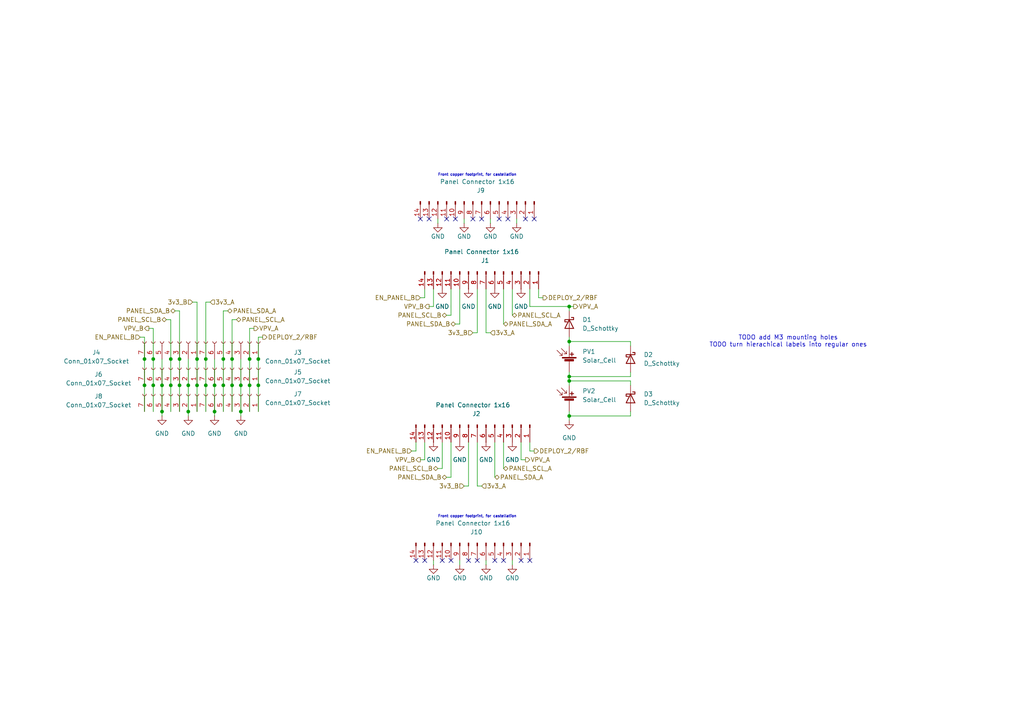
<source format=kicad_sch>
(kicad_sch (version 20231120) (generator "eeschema") (generator_version "8.0")
  (paper "A4")
  (title_block (title "bac Panel PV v1") (date "2025-03-15") (rev "2") (company "Build a CubeSat") (comment 1 "Manuel Imboden") (comment 2 "CC BY-SA 4.0") (comment 3 "https://buildacubesat.space"))
  (lib_symbols
    (symbol "Connector:Conn_01x07_Socket" (pin_names (offset 1.016) hide)
      (property "Reference" "J" (at 0 10.16 0))
      (property "Value" "Conn_01x07_Socket" (at 0 -10.16 0))
      (symbol "Conn_01x07_Socket_1_1"
        (arc (start 0 -7.112) (mid -0.5058 -7.62) (end 0 -8.128) (stroke (width 0.1524)))
        (arc (start 0 -4.572) (mid -0.5058 -5.08) (end 0 -5.588) (stroke (width 0.1524)))
        (arc (start 0 -2.032) (mid -0.5058 -2.54) (end 0 -3.048) (stroke (width 0.1524)))
        (polyline (pts (xy -1.27 -7.62) (xy -0.508 -7.62)) (stroke (width 0.1524)))
        (polyline (pts (xy -1.27 -5.08) (xy -0.508 -5.08)) (stroke (width 0.1524)))
        (polyline (pts (xy -1.27 -2.54) (xy -0.508 -2.54)) (stroke (width 0.1524)))
        (polyline (pts (xy -1.27 0) (xy -0.508 0)) (stroke (width 0.1524)))
        (polyline (pts (xy -1.27 2.54) (xy -0.508 2.54)) (stroke (width 0.1524)))
        (polyline (pts (xy -1.27 5.08) (xy -0.508 5.08)) (stroke (width 0.1524)))
        (polyline (pts (xy -1.27 7.62) (xy -0.508 7.62)) (stroke (width 0.1524)))
        (arc (start 0 0.508) (mid -0.5058 0) (end 0 -0.508) (stroke (width 0.1524)))
        (arc (start 0 3.048) (mid -0.5058 2.54) (end 0 2.032) (stroke (width 0.1524)))
        (arc (start 0 5.588) (mid -0.5058 5.08) (end 0 4.572) (stroke (width 0.1524)))
        (arc (start 0 8.128) (mid -0.5058 7.62) (end 0 7.112) (stroke (width 0.1524)))
        (pin passive line (at -5.08 7.62 0) (length 3.81) (name "Pin_1") (number "1"))
        (pin passive line (at -5.08 5.08 0) (length 3.81) (name "Pin_2") (number "2"))
        (pin passive line (at -5.08 2.54 0) (length 3.81) (name "Pin_3") (number "3"))
        (pin passive line (at -5.08 0 0) (length 3.81) (name "Pin_4") (number "4"))
        (pin passive line (at -5.08 -2.54 0) (length 3.81) (name "Pin_5") (number "5"))
        (pin passive line (at -5.08 -5.08 0) (length 3.81) (name "Pin_6") (number "6"))
        (pin passive line (at -5.08 -7.62 0) (length 3.81) (name "Pin_7") (number "7"))
      )
    )
    (symbol "Connector:Conn_01x14_Pin" (pin_names (offset 1.016) hide)
      (property "Reference" "J" (at 0 17.78 0))
      (property "Value" "Conn_01x14_Pin" (at 0 -20.32 0))
      (symbol "Conn_01x14_Pin_1_1"
        (polyline (pts (xy 1.27 -17.78) (xy 0.8636 -17.78)) (stroke (width 0.1524)))
        (polyline (pts (xy 1.27 -15.24) (xy 0.8636 -15.24)) (stroke (width 0.1524)))
        (polyline (pts (xy 1.27 -12.7) (xy 0.8636 -12.7)) (stroke (width 0.1524)))
        (polyline (pts (xy 1.27 -10.16) (xy 0.8636 -10.16)) (stroke (width 0.1524)))
        (polyline (pts (xy 1.27 -7.62) (xy 0.8636 -7.62)) (stroke (width 0.1524)))
        (polyline (pts (xy 1.27 -5.08) (xy 0.8636 -5.08)) (stroke (width 0.1524)))
        (polyline (pts (xy 1.27 -2.54) (xy 0.8636 -2.54)) (stroke (width 0.1524)))
        (polyline (pts (xy 1.27 0) (xy 0.8636 0)) (stroke (width 0.1524)))
        (polyline (pts (xy 1.27 2.54) (xy 0.8636 2.54)) (stroke (width 0.1524)))
        (polyline (pts (xy 1.27 5.08) (xy 0.8636 5.08)) (stroke (width 0.1524)))
        (polyline (pts (xy 1.27 7.62) (xy 0.8636 7.62)) (stroke (width 0.1524)))
        (polyline (pts (xy 1.27 10.16) (xy 0.8636 10.16)) (stroke (width 0.1524)))
        (polyline (pts (xy 1.27 12.7) (xy 0.8636 12.7)) (stroke (width 0.1524)))
        (polyline (pts (xy 1.27 15.24) (xy 0.8636 15.24)) (stroke (width 0.1524)))
        (rectangle (start 0.8636 -17.653) (end 0 -17.907) (stroke (width 0.1524)) (fill (type outline)))
        (rectangle (start 0.8636 -15.113) (end 0 -15.367) (stroke (width 0.1524)) (fill (type outline)))
        (rectangle (start 0.8636 -12.573) (end 0 -12.827) (stroke (width 0.1524)) (fill (type outline)))
        (rectangle (start 0.8636 -10.033) (end 0 -10.287) (stroke (width 0.1524)) (fill (type outline)))
        (rectangle (start 0.8636 -7.493) (end 0 -7.747) (stroke (width 0.1524)) (fill (type outline)))
        (rectangle (start 0.8636 -4.953) (end 0 -5.207) (stroke (width 0.1524)) (fill (type outline)))
        (rectangle (start 0.8636 -2.413) (end 0 -2.667) (stroke (width 0.1524)) (fill (type outline)))
        (rectangle (start 0.8636 0.127) (end 0 -0.127) (stroke (width 0.1524)) (fill (type outline)))
        (rectangle (start 0.8636 2.667) (end 0 2.413) (stroke (width 0.1524)) (fill (type outline)))
        (rectangle (start 0.8636 5.207) (end 0 4.953) (stroke (width 0.1524)) (fill (type outline)))
        (rectangle (start 0.8636 7.747) (end 0 7.493) (stroke (width 0.1524)) (fill (type outline)))
        (rectangle (start 0.8636 10.287) (end 0 10.033) (stroke (width 0.1524)) (fill (type outline)))
        (rectangle (start 0.8636 12.827) (end 0 12.573) (stroke (width 0.1524)) (fill (type outline)))
        (rectangle (start 0.8636 15.367) (end 0 15.113) (stroke (width 0.1524)) (fill (type outline)))
        (pin passive line (at 5.08 15.24 180) (length 3.81) (name "Pin_1") (number "1"))
        (pin passive line (at 5.08 -7.62 180) (length 3.81) (name "Pin_10") (number "10"))
        (pin passive line (at 5.08 -10.16 180) (length 3.81) (name "Pin_11") (number "11"))
        (pin passive line (at 5.08 -12.7 180) (length 3.81) (name "Pin_12") (number "12"))
        (pin passive line (at 5.08 -15.24 180) (length 3.81) (name "Pin_13") (number "13"))
        (pin passive line (at 5.08 -17.78 180) (length 3.81) (name "Pin_14") (number "14"))
        (pin passive line (at 5.08 12.7 180) (length 3.81) (name "Pin_2") (number "2"))
        (pin passive line (at 5.08 10.16 180) (length 3.81) (name "Pin_3") (number "3"))
        (pin passive line (at 5.08 7.62 180) (length 3.81) (name "Pin_4") (number "4"))
        (pin passive line (at 5.08 5.08 180) (length 3.81) (name "Pin_5") (number "5"))
        (pin passive line (at 5.08 2.54 180) (length 3.81) (name "Pin_6") (number "6"))
        (pin passive line (at 5.08 0 180) (length 3.81) (name "Pin_7") (number "7"))
        (pin passive line (at 5.08 -2.54 180) (length 3.81) (name "Pin_8") (number "8"))
        (pin passive line (at 5.08 -5.08 180) (length 3.81) (name "Pin_9") (number "9"))
      )
    )
    (symbol "Device:D_Schottky" (pin_numbers hide) (pin_names (offset 1.016) hide)
      (property "Reference" "D" (at 0 2.54 0))
      (property "Value" "D_Schottky" (at 0 -2.54 0))
      (symbol "D_Schottky_0_1"
        (polyline (pts (xy 1.27 0) (xy -1.27 0)))
        (polyline (pts (xy 1.27 1.27) (xy 1.27 -1.27) (xy -1.27 0) (xy 1.27 1.27)) (stroke (width 0.254)))
        (polyline (pts (xy -1.905 0.635) (xy -1.905 1.27) (xy -1.27 1.27) (xy -1.27 -1.27) (xy -0.635 -1.27) (xy -0.635 -0.635)) (stroke (width 0.254)))
      )
      (symbol "D_Schottky_1_1"
        (pin passive line (at -3.81 0 0) (length 2.54) (name "K") (number "1"))
        (pin passive line (at 3.81 0 180) (length 2.54) (name "A") (number "2"))
      )
    )
    (symbol "Device:Solar_Cell" (pin_numbers hide) (pin_names (offset 0) hide)
      (property "Reference" "SC" (at 2.54 2.54 0))
      (property "Value" "Solar_Cell" (at 2.54 0 0))
      (symbol "Solar_Cell_0_1"
        (rectangle (start -2.032 1.778) (end 2.032 1.524) (fill (type outline)))
        (rectangle (start -1.3208 1.1938) (end 1.27 0.6858) (fill (type outline)))
        (polyline (pts (xy -2.032 2.286) (xy -3.556 3.81)))
        (polyline (pts (xy -0.762 2.794) (xy -2.286 4.318)))
        (polyline (pts (xy 0 0.762) (xy 0 0)))
        (polyline (pts (xy 0 1.778) (xy 0 2.54)))
        (polyline (pts (xy 0.254 2.667) (xy 1.27 2.667)) (stroke (width 0.254)))
        (polyline (pts (xy 0.762 3.175) (xy 0.762 2.159)) (stroke (width 0.254)))
        (polyline (pts (xy -2.032 3.048) (xy -2.032 2.286) (xy -2.794 2.286)))
        (polyline (pts (xy -0.762 3.556) (xy -0.762 2.794) (xy -1.524 2.794)))
      )
      (symbol "Solar_Cell_1_1"
        (pin passive line (at 0 5.08 270) (length 2.54) (name "+") (number "1"))
        (pin passive line (at 0 -2.54 90) (length 2.54) (name "-") (number "2"))
      )
    )
    (symbol "power:GND" (power) (pin_numbers hide) (pin_names (offset 0) hide)
      (property "Value" "GND" (at 0 -3.81 0))
      (symbol "GND_0_1"
        (polyline (pts (xy 0 0) (xy 0 -1.27) (xy 1.27 -1.27) (xy 0 -2.54) (xy -1.27 -1.27) (xy 0 -1.27)))
      )
      (symbol "GND_1_1"
        (pin power_in line (at 0 0 270) (length 0) (name "~") (number "1"))
      )
    )
  )
  (junction (at 44.45 111.76))
  (junction (at 54.61 111.76))
  (junction (at 165.1 120.65))
  (junction (at 165.1 99.06))
  (junction (at 49.53 111.76))
  (junction (at 64.77 104.14))
  (junction (at 72.39 111.76))
  (junction (at 64.77 111.76))
  (junction (at 165.1 110.49))
  (junction (at 52.07 104.14))
  (junction (at 54.61 119.38))
  (junction (at 46.99 119.38))
  (junction (at 41.91 104.14))
  (junction (at 67.31 111.76))
  (junction (at 41.91 111.76))
  (junction (at 62.23 119.38))
  (junction (at 67.31 104.14))
  (junction (at 165.1 88.9))
  (junction (at 49.53 104.14))
  (junction (at 44.45 104.14))
  (junction (at 69.85 119.38))
  (junction (at 57.15 111.76))
  (junction (at 46.99 111.76))
  (junction (at 72.39 104.14))
  (junction (at 62.23 111.76))
  (junction (at 74.93 104.14))
  (junction (at 165.1 109.22))
  (junction (at 74.93 111.76))
  (junction (at 59.69 111.76))
  (junction (at 52.07 111.76))
  (junction (at 69.85 111.76))
  (junction (at 59.69 104.14))
  (junction (at 57.15 104.14))
  (no_connect (at 129.54 63.5))
  (no_connect (at 128.27 162.56))
  (no_connect (at 154.94 63.5))
  (no_connect (at 132.08 63.5))
  (no_connect (at 146.05 162.56))
  (no_connect (at 152.4 63.5))
  (no_connect (at 147.32 63.5))
  (no_connect (at 120.65 162.56))
  (no_connect (at 137.16 63.5))
  (no_connect (at 139.7 63.5))
  (no_connect (at 121.92 63.5))
  (no_connect (at 144.78 63.5))
  (no_connect (at 124.46 63.5))
  (no_connect (at 151.13 162.56))
  (no_connect (at 138.43 162.56))
  (no_connect (at 135.89 162.56))
  (no_connect (at 130.81 162.56))
  (no_connect (at 153.67 162.56))
  (no_connect (at 143.51 162.56))
  (no_connect (at 123.19 162.56))
  (wire (pts (xy 40.64 97.79) (xy 41.91 97.79)))
  (wire (pts (xy 140.97 163.83) (xy 140.97 162.56)))
  (wire (pts (xy 74.93 104.14) (xy 74.93 111.76)))
  (wire (pts (xy 52.07 104.14) (xy 52.07 111.76)))
  (wire (pts (xy 120.65 128.27) (xy 120.65 130.81)))
  (wire (pts (xy 130.81 83.82) (xy 130.81 91.44)))
  (wire (pts (xy 134.62 64.77) (xy 134.62 63.5)))
  (wire (pts (xy 69.85 104.14) (xy 69.85 111.76)))
  (wire (pts (xy 153.67 130.81) (xy 153.67 128.27)))
  (wire (pts (xy 165.1 109.22) (xy 165.1 110.49)))
  (wire (pts (xy 133.35 163.83) (xy 133.35 162.56)))
  (wire (pts (xy 125.73 163.83) (xy 125.73 162.56)))
  (wire (pts (xy 153.67 88.9) (xy 153.67 83.82)))
  (wire (pts (xy 128.27 135.89) (xy 127 135.89)))
  (wire (pts (xy 182.88 100.33) (xy 182.88 99.06)))
  (wire (pts (xy 166.37 88.9) (xy 165.1 88.9)))
  (wire (pts (xy 41.91 104.14) (xy 41.91 111.76)))
  (wire (pts (xy 123.19 128.27) (xy 123.19 133.35)))
  (wire (pts (xy 44.45 95.25) (xy 44.45 104.14)))
  (wire (pts (xy 125.73 83.82) (xy 125.73 88.9)))
  (wire (pts (xy 57.15 111.76) (xy 57.15 119.38)))
  (wire (pts (xy 149.86 64.77) (xy 149.86 63.5)))
  (wire (pts (xy 165.1 110.49) (xy 182.88 110.49)))
  (wire (pts (xy 165.1 88.9) (xy 153.67 88.9)))
  (wire (pts (xy 59.69 111.76) (xy 59.69 119.38)))
  (wire (pts (xy 165.1 88.9) (xy 165.1 90.17)))
  (wire (pts (xy 54.61 111.76) (xy 54.61 119.38)))
  (wire (pts (xy 72.39 95.25) (xy 72.39 104.14)))
  (wire (pts (xy 123.19 133.35) (xy 121.92 133.35)))
  (wire (pts (xy 72.39 111.76) (xy 72.39 119.38)))
  (wire (pts (xy 128.27 128.27) (xy 128.27 135.89)))
  (wire (pts (xy 123.19 83.82) (xy 123.19 86.36)))
  (wire (pts (xy 52.07 111.76) (xy 52.07 119.38)))
  (wire (pts (xy 49.53 92.71) (xy 49.53 104.14)))
  (wire (pts (xy 140.97 96.52) (xy 140.97 83.82)))
  (wire (pts (xy 54.61 104.14) (xy 54.61 111.76)))
  (wire (pts (xy 165.1 107.95) (xy 165.1 109.22)))
  (wire (pts (xy 165.1 97.79) (xy 165.1 99.06)))
  (wire (pts (xy 54.61 119.38) (xy 54.61 120.65)))
  (wire (pts (xy 182.88 120.65) (xy 165.1 120.65)))
  (wire (pts (xy 154.94 130.81) (xy 153.67 130.81)))
  (wire (pts (xy 44.45 111.76) (xy 44.45 119.38)))
  (wire (pts (xy 59.69 104.14) (xy 59.69 87.63)))
  (wire (pts (xy 66.04 90.17) (xy 64.77 90.17)))
  (wire (pts (xy 152.4 133.35) (xy 151.13 133.35)))
  (wire (pts (xy 165.1 99.06) (xy 165.1 100.33)))
  (wire (pts (xy 44.45 104.14) (xy 44.45 111.76)))
  (wire (pts (xy 76.2 97.79) (xy 74.93 97.79)))
  (wire (pts (xy 165.1 120.65) (xy 165.1 121.92)))
  (wire (pts (xy 57.15 104.14) (xy 57.15 111.76)))
  (wire (pts (xy 46.99 119.38) (xy 46.99 120.65)))
  (wire (pts (xy 156.21 86.36) (xy 156.21 83.82)))
  (wire (pts (xy 62.23 119.38) (xy 62.23 120.65)))
  (wire (pts (xy 43.18 95.25) (xy 44.45 95.25)))
  (wire (pts (xy 59.69 87.63) (xy 60.96 87.63)))
  (wire (pts (xy 52.07 90.17) (xy 52.07 104.14)))
  (wire (pts (xy 127 64.77) (xy 127 63.5)))
  (wire (pts (xy 182.88 110.49) (xy 182.88 111.76)))
  (wire (pts (xy 69.85 111.76) (xy 69.85 119.38)))
  (wire (pts (xy 137.16 96.52) (xy 138.43 96.52)))
  (wire (pts (xy 165.1 110.49) (xy 165.1 111.76)))
  (wire (pts (xy 157.48 86.36) (xy 156.21 86.36)))
  (wire (pts (xy 62.23 111.76) (xy 62.23 119.38)))
  (wire (pts (xy 125.73 88.9) (xy 124.46 88.9)))
  (wire (pts (xy 165.1 99.06) (xy 182.88 99.06)))
  (wire (pts (xy 133.35 83.82) (xy 133.35 93.98)))
  (wire (pts (xy 67.31 111.76) (xy 67.31 119.38)))
  (wire (pts (xy 73.66 95.25) (xy 72.39 95.25)))
  (wire (pts (xy 120.65 130.81) (xy 119.38 130.81)))
  (wire (pts (xy 165.1 119.38) (xy 165.1 120.65)))
  (wire (pts (xy 148.59 83.82) (xy 148.59 91.44)))
  (wire (pts (xy 62.23 104.14) (xy 62.23 111.76)))
  (wire (pts (xy 133.35 93.98) (xy 132.08 93.98)))
  (wire (pts (xy 130.81 128.27) (xy 130.81 138.43)))
  (wire (pts (xy 41.91 97.79) (xy 41.91 104.14)))
  (wire (pts (xy 74.93 97.79) (xy 74.93 104.14)))
  (wire (pts (xy 182.88 119.38) (xy 182.88 120.65)))
  (wire (pts (xy 138.43 83.82) (xy 138.43 96.52)))
  (wire (pts (xy 41.91 111.76) (xy 41.91 119.38)))
  (wire (pts (xy 165.1 109.22) (xy 182.88 109.22)))
  (wire (pts (xy 59.69 104.14) (xy 59.69 111.76)))
  (wire (pts (xy 123.19 86.36) (xy 121.92 86.36)))
  (wire (pts (xy 46.99 104.14) (xy 46.99 111.76)))
  (wire (pts (xy 142.24 96.52) (xy 140.97 96.52)))
  (wire (pts (xy 139.7 140.97) (xy 138.43 140.97)))
  (wire (pts (xy 182.88 107.95) (xy 182.88 109.22)))
  (wire (pts (xy 146.05 128.27) (xy 146.05 135.89)))
  (wire (pts (xy 64.77 111.76) (xy 64.77 119.38)))
  (wire (pts (xy 142.24 64.77) (xy 142.24 63.5)))
  (wire (pts (xy 143.51 128.27) (xy 143.51 138.43)))
  (wire (pts (xy 50.8 90.17) (xy 52.07 90.17)))
  (wire (pts (xy 146.05 83.82) (xy 146.05 93.98)))
  (wire (pts (xy 69.85 119.38) (xy 69.85 120.65)))
  (wire (pts (xy 67.31 92.71) (xy 67.31 104.14)))
  (wire (pts (xy 134.62 140.97) (xy 135.89 140.97)))
  (wire (pts (xy 49.53 104.14) (xy 49.53 111.76)))
  (wire (pts (xy 64.77 90.17) (xy 64.77 104.14)))
  (wire (pts (xy 74.93 111.76) (xy 74.93 119.38)))
  (wire (pts (xy 130.81 91.44) (xy 129.54 91.44)))
  (wire (pts (xy 68.58 92.71) (xy 67.31 92.71)))
  (wire (pts (xy 148.59 163.83) (xy 148.59 162.56)))
  (wire (pts (xy 46.99 111.76) (xy 46.99 119.38)))
  (wire (pts (xy 138.43 140.97) (xy 138.43 128.27)))
  (wire (pts (xy 64.77 104.14) (xy 64.77 111.76)))
  (wire (pts (xy 55.88 87.63) (xy 57.15 87.63)))
  (wire (pts (xy 135.89 128.27) (xy 135.89 140.97)))
  (wire (pts (xy 72.39 104.14) (xy 72.39 111.76)))
  (wire (pts (xy 130.81 138.43) (xy 129.54 138.43)))
  (wire (pts (xy 151.13 133.35) (xy 151.13 128.27)))
  (wire (pts (xy 67.31 104.14) (xy 67.31 111.76)))
  (wire (pts (xy 49.53 111.76) (xy 49.53 119.38)))
  (wire (pts (xy 57.15 87.63) (xy 57.15 104.14)))
  (wire (pts (xy 48.26 92.71) (xy 49.53 92.71)))
  (text "TODO add M3 mounting holes\nTODO turn hierachical labels into regular ones" (at 228.6 99.06 0) (effects (font (size 1.27 1.27))))
  (text "Front copper footprint, for castellation" (at 138.43 149.86 0) (effects (font (size 0.762 0.762))))
  (text "Front copper footprint, for castellation" (at 138.43 50.8 0) (effects (font (size 0.762 0.762))))
  (hierarchical_label "DEPLOY_2{slash}RBF" (shape output) (at 154.94 130.81 0))
  (hierarchical_label "EN_PANEL_B" (shape input) (at 119.38 130.81 180))
  (hierarchical_label "VPV_A" (shape output) (at 152.4 133.35 0))
  (hierarchical_label "DEPLOY_2{slash}RBF" (shape output) (at 157.48 86.36 0))
  (hierarchical_label "PANEL_SDA_A" (shape bidirectional) (at 66.04 90.17 0))
  (hierarchical_label "VPV_B" (shape output) (at 121.92 133.35 180))
  (hierarchical_label "PANEL_SDA_A" (shape bidirectional) (at 143.51 138.43 0))
  (hierarchical_label "DEPLOY_2{slash}RBF" (shape output) (at 76.2 97.79 0))
  (hierarchical_label "EN_PANEL_B" (shape input) (at 40.64 97.79 180))
  (hierarchical_label "VPV_B" (shape output) (at 124.46 88.9 180))
  (hierarchical_label "3v3_A" (shape input) (at 142.24 96.52 0))
  (hierarchical_label "3v3_A" (shape input) (at 60.96 87.63 0))
  (hierarchical_label "PANEL_SDA_B" (shape bidirectional) (at 50.8 90.17 180))
  (hierarchical_label "3v3_B" (shape input) (at 137.16 96.52 180))
  (hierarchical_label "3v3_A" (shape input) (at 139.7 140.97 0))
  (hierarchical_label "PANEL_SCL_B" (shape bidirectional) (at 129.54 91.44 180))
  (hierarchical_label "3v3_B" (shape input) (at 55.88 87.63 180))
  (hierarchical_label "EN_PANEL_B" (shape input) (at 121.92 86.36 180))
  (hierarchical_label "VPV_A" (shape output) (at 166.37 88.9 0))
  (hierarchical_label "PANEL_SCL_B" (shape bidirectional) (at 127 135.89 180))
  (hierarchical_label "3v3_B" (shape input) (at 134.62 140.97 180))
  (hierarchical_label "PANEL_SCL_A" (shape bidirectional) (at 146.05 135.89 0))
  (hierarchical_label "PANEL_SCL_B" (shape bidirectional) (at 48.26 92.71 180))
  (hierarchical_label "PANEL_SDA_B" (shape bidirectional) (at 129.54 138.43 180))
  (hierarchical_label "PANEL_SCL_A" (shape bidirectional) (at 148.59 91.44 0))
  (hierarchical_label "PANEL_SDA_A" (shape bidirectional) (at 146.05 93.98 0))
  (hierarchical_label "VPV_B" (shape output) (at 43.18 95.25 180))
  (hierarchical_label "VPV_A" (shape output) (at 73.66 95.25 0))
  (hierarchical_label "PANEL_SDA_B" (shape bidirectional) (at 132.08 93.98 180))
  (hierarchical_label "PANEL_SCL_A" (shape bidirectional) (at 68.58 92.71 0))
  (symbol (lib_id "Connector:Conn_01x07_Socket") (at 67.31 99.06 270) (mirror x) (unit 1)
    (property "Reference" "J3" (at 86.36 102.235 90))
    (property "Value" "Conn_01x07_Socket" (at 86.36 104.775 90))
    (property "Footprint" "bac EPS v1:Mill-Max-399-10-107-10-009000" (effects (hide yes)))
    (property "Description" "Generic connector, single row, 01x07, script generated" (effects (hide yes)))
  )
  (symbol (lib_id "Connector:Conn_01x07_Socket") (at 67.31 106.68 270) (mirror x) (unit 1)
    (property "Reference" "J5" (at 86.36 107.95 90))
    (property "Value" "Conn_01x07_Socket" (at 86.36 110.49 90))
    (property "Footprint" "bac EPS v1:Mill-Max-399-10-107-10-009000" (effects (hide yes)))
    (property "Description" "Generic connector, single row, 01x07, script generated" (effects (hide yes)))
  )
  (symbol (lib_id "Connector:Conn_01x07_Socket") (at 49.53 99.06 270) (mirror x) (unit 1)
    (property "Reference" "J4" (at 27.94 102.235 90))
    (property "Value" "Conn_01x07_Socket" (at 27.94 104.775 90))
    (property "Footprint" "bac EPS v1:Mill-Max-399-10-107-10-009000" (effects (hide yes)))
    (property "Description" "Generic connector, single row, 01x07, script generated" (effects (hide yes)))
  )
  (symbol (lib_id "power:GND") (at 62.23 120.65 0) (unit 1)
    (property "Reference" "#PWR011" (effects (hide yes)))
    (property "Value" "GND" (at 62.23 125.73 0))
    (property "Description" "Power symbol creates a global label with name \"GND\" , ground" (effects (hide yes)))
  )
  (symbol (lib_id "Device:D_Schottky") (at 182.88 115.57 270) (unit 1)
    (property "Reference" "D3" (at 186.69 114.3 90) (effects (justify left)))
    (property "Value" "D_Schottky" (at 186.69 116.84 90) (effects (justify left)))
    (property "Footprint" "bac EPS v1:STM-STPS1L30MF" (effects (hide yes)))
    (property "Description" "Schottky diode" (effects (hide yes)))
  )
  (symbol (lib_id "power:GND") (at 127 64.77 0) (unit 1)
    (property "Reference" "#PWR0101" (effects (hide yes)))
    (property "Value" "GND" (at 127 68.58 0))
    (property "Description" "Power symbol creates a global label with name \"GND\" , ground" (effects (hide yes)))
  )
  (symbol (lib_id "Device:Solar_Cell") (at 165.1 116.84 0) (unit 1)
    (property "Reference" "PV2" (at 168.91 113.4109 0) (effects (justify left)))
    (property "Value" "Solar_Cell" (at 168.91 115.9509 0) (effects (justify left)))
    (property "Footprint" "bac EPS v1:Anysolar-SM141K10TF" (effects (hide yes)))
    (property "Description" "Single solar cell" (effects (hide yes)))
  )
  (symbol (lib_id "power:GND") (at 54.61 120.65 0) (unit 1)
    (property "Reference" "#PWR010" (effects (hide yes)))
    (property "Value" "GND" (at 54.61 125.73 0))
    (property "Description" "Power symbol creates a global label with name \"GND\" , ground" (effects (hide yes)))
  )
  (symbol (lib_id "power:GND") (at 133.35 128.27 0) (unit 1)
    (property "Reference" "#PWR06" (effects (hide yes)))
    (property "Value" "GND" (at 133.35 133.35 0))
    (property "Description" "Power symbol creates a global label with name \"GND\" , ground" (effects (hide yes)))
  )
  (symbol (lib_id "power:GND") (at 149.86 64.77 0) (unit 1)
    (property "Reference" "#PWR0104" (effects (hide yes)))
    (property "Value" "GND" (at 149.86 68.58 0))
    (property "Description" "Power symbol creates a global label with name \"GND\" , ground" (effects (hide yes)))
  )
  (symbol (lib_id "Connector:Conn_01x07_Socket") (at 49.53 106.68 270) (mirror x) (unit 1)
    (property "Reference" "J6" (at 28.575 108.585 90))
    (property "Value" "Conn_01x07_Socket" (at 28.575 111.125 90))
    (property "Footprint" "bac EPS v1:Mill-Max-399-10-107-10-009000" (effects (hide yes)))
    (property "Description" "Generic connector, single row, 01x07, script generated" (effects (hide yes)))
  )
  (symbol (lib_id "Connector:Conn_01x07_Socket") (at 67.31 114.3 270) (mirror x) (unit 1)
    (property "Reference" "J7" (at 86.36 114.3 90))
    (property "Value" "Conn_01x07_Socket" (at 86.36 116.84 90))
    (property "Footprint" "bac EPS v1:Mill-Max-399-10-107-10-009000" (effects (hide yes)))
    (property "Description" "Generic connector, single row, 01x07, script generated" (effects (hide yes)))
  )
  (symbol (lib_id "power:GND") (at 151.13 83.82 0) (unit 1)
    (property "Reference" "#PWR04" (effects (hide yes)))
    (property "Value" "GND" (at 151.13 88.9 0))
    (property "Description" "Power symbol creates a global label with name \"GND\" , ground" (effects (hide yes)))
  )
  (symbol (lib_id "power:GND") (at 46.99 120.65 0) (unit 1)
    (property "Reference" "#PWR09" (effects (hide yes)))
    (property "Value" "GND" (at 46.99 125.73 0))
    (property "Description" "Power symbol creates a global label with name \"GND\" , ground" (effects (hide yes)))
  )
  (symbol (lib_id "power:GND") (at 134.62 64.77 0) (unit 1)
    (property "Reference" "#PWR0102" (effects (hide yes)))
    (property "Value" "GND" (at 134.62 68.58 0))
    (property "Description" "Power symbol creates a global label with name \"GND\" , ground" (effects (hide yes)))
  )
  (symbol (lib_id "Connector:Conn_01x14_Pin") (at 138.43 157.48 270) (unit 1)
    (property "Reference" "J10" (at 138.176 154.305 90))
    (property "Value" "Panel Connector 1x16" (at 137.16 151.765 90))
    (property "Footprint" "bac EPS v1:bac-panel-v1-14P-pad-row-receptacles" (effects (hide yes)))
    (property "Description" "Generic connector, single row, 01x14, script generated" (effects (hide yes)))
    (property "Position" "Ym" (effects (hide yes)))
  )
  (symbol (lib_id "power:GND") (at 140.97 128.27 0) (unit 1)
    (property "Reference" "#PWR07" (effects (hide yes)))
    (property "Value" "GND" (at 140.97 133.35 0))
    (property "Description" "Power symbol creates a global label with name \"GND\" , ground" (effects (hide yes)))
  )
  (symbol (lib_id "power:GND") (at 165.1 121.92 0) (unit 1)
    (property "Reference" "#PWR013" (effects (hide yes)))
    (property "Value" "GND" (at 165.1 127 0))
    (property "Description" "Power symbol creates a global label with name \"GND\" , ground" (effects (hide yes)))
  )
  (symbol (lib_id "Connector:Conn_01x14_Pin") (at 139.7 58.42 270) (unit 1)
    (property "Reference" "J9" (at 139.446 55.245 90))
    (property "Value" "Panel Connector 1x16" (at 138.43 52.705 90))
    (property "Footprint" "bac EPS v1:bac-panel-v1-14P-pad-row-pins" (effects (hide yes)))
    (property "Description" "Generic connector, single row, 01x14, script generated" (effects (hide yes)))
    (property "Position" "Ym" (effects (hide yes)))
  )
  (symbol (lib_id "Device:D_Schottky") (at 182.88 104.14 270) (unit 1)
    (property "Reference" "D2" (at 186.69 102.87 90) (effects (justify left)))
    (property "Value" "D_Schottky" (at 186.69 105.41 90) (effects (justify left)))
    (property "Footprint" "bac EPS v1:STM-STPS1L30MF" (effects (hide yes)))
    (property "Description" "Schottky diode" (effects (hide yes)))
  )
  (symbol (lib_id "power:GND") (at 125.73 163.83 0) (unit 1)
    (property "Reference" "#PWR0105" (effects (hide yes)))
    (property "Value" "GND" (at 125.73 167.64 0))
    (property "Description" "Power symbol creates a global label with name \"GND\" , ground" (effects (hide yes)))
  )
  (symbol (lib_id "Device:Solar_Cell") (at 165.1 105.41 0) (unit 1)
    (property "Reference" "PV1" (at 168.91 101.9809 0) (effects (justify left)))
    (property "Value" "Solar_Cell" (at 168.91 104.5209 0) (effects (justify left)))
    (property "Footprint" "bac EPS v1:Anysolar-SM141K10TF" (effects (hide yes)))
    (property "Description" "Single solar cell" (effects (hide yes)))
  )
  (symbol (lib_id "power:GND") (at 128.27 83.82 0) (unit 1)
    (property "Reference" "#PWR01" (effects (hide yes)))
    (property "Value" "GND" (at 128.27 88.9 0))
    (property "Description" "Power symbol creates a global label with name \"GND\" , ground" (effects (hide yes)))
  )
  (symbol (lib_id "power:GND") (at 125.73 128.27 0) (unit 1)
    (property "Reference" "#PWR05" (effects (hide yes)))
    (property "Value" "GND" (at 125.73 133.35 0))
    (property "Description" "Power symbol creates a global label with name \"GND\" , ground" (effects (hide yes)))
  )
  (symbol (lib_id "Device:D_Schottky") (at 165.1 93.98 270) (unit 1)
    (property "Reference" "D1" (at 168.91 92.71 90) (effects (justify left)))
    (property "Value" "D_Schottky" (at 168.91 95.25 90) (effects (justify left)))
    (property "Footprint" "bac EPS v1:STM-STPS1L30MF" (effects (hide yes)))
    (property "Description" "Schottky diode" (effects (hide yes)))
  )
  (symbol (lib_id "power:GND") (at 148.59 128.27 0) (unit 1)
    (property "Reference" "#PWR08" (effects (hide yes)))
    (property "Value" "GND" (at 148.59 133.35 0))
    (property "Description" "Power symbol creates a global label with name \"GND\" , ground" (effects (hide yes)))
  )
  (symbol (lib_id "power:GND") (at 69.85 120.65 0) (unit 1)
    (property "Reference" "#PWR012" (effects (hide yes)))
    (property "Value" "GND" (at 69.85 125.73 0))
    (property "Description" "Power symbol creates a global label with name \"GND\" , ground" (effects (hide yes)))
  )
  (symbol (lib_id "power:GND") (at 148.59 163.83 0) (unit 1)
    (property "Reference" "#PWR0108" (effects (hide yes)))
    (property "Value" "GND" (at 148.59 167.64 0))
    (property "Description" "Power symbol creates a global label with name \"GND\" , ground" (effects (hide yes)))
  )
  (symbol (lib_id "power:GND") (at 133.35 163.83 0) (unit 1)
    (property "Reference" "#PWR0106" (effects (hide yes)))
    (property "Value" "GND" (at 133.35 167.64 0))
    (property "Description" "Power symbol creates a global label with name \"GND\" , ground" (effects (hide yes)))
  )
  (symbol (lib_id "Connector:Conn_01x14_Pin") (at 138.43 123.19 270) (unit 1)
    (property "Reference" "J2" (at 138.176 120.015 90))
    (property "Value" "Panel Connector 1x16" (at 137.16 117.475 90))
    (property "Footprint" "bac EPS v1:bac-panel-v1-14P-pad-row-pins" (effects (hide yes)))
    (property "Description" "Generic connector, single row, 01x14, script generated" (effects (hide yes)))
    (property "Position" "Ym" (effects (hide yes)))
  )
  (symbol (lib_id "power:GND") (at 142.24 64.77 0) (unit 1)
    (property "Reference" "#PWR0103" (effects (hide yes)))
    (property "Value" "GND" (at 142.24 68.58 0))
    (property "Description" "Power symbol creates a global label with name \"GND\" , ground" (effects (hide yes)))
  )
  (symbol (lib_id "Connector:Conn_01x07_Socket") (at 49.53 114.3 270) (mirror x) (unit 1)
    (property "Reference" "J8" (at 28.575 114.935 90))
    (property "Value" "Conn_01x07_Socket" (at 28.575 117.475 90))
    (property "Footprint" "bac EPS v1:Mill-Max-399-10-107-10-009000" (effects (hide yes)))
    (property "Description" "Generic connector, single row, 01x07, script generated" (effects (hide yes)))
  )
  (symbol (lib_id "power:GND") (at 143.51 83.82 0) (unit 1)
    (property "Reference" "#PWR03" (effects (hide yes)))
    (property "Value" "GND" (at 143.51 88.9 0))
    (property "Description" "Power symbol creates a global label with name \"GND\" , ground" (effects (hide yes)))
  )
  (symbol (lib_id "power:GND") (at 140.97 163.83 0) (unit 1)
    (property "Reference" "#PWR0107" (effects (hide yes)))
    (property "Value" "GND" (at 140.97 167.64 0))
    (property "Description" "Power symbol creates a global label with name \"GND\" , ground" (effects (hide yes)))
  )
  (symbol (lib_id "Connector:Conn_01x14_Pin") (at 140.97 78.74 270) (unit 1)
    (property "Reference" "J1" (at 140.716 75.565 90))
    (property "Value" "Panel Connector 1x16" (at 139.7 73.025 90))
    (property "Footprint" "bac EPS v1:bac-panel-v1-14P-pad-row-receptacles" (effects (hide yes)))
    (property "Description" "Generic connector, single row, 01x14, script generated" (effects (hide yes)))
    (property "Position" "Ym" (effects (hide yes)))
  )
  (symbol (lib_id "power:GND") (at 135.89 83.82 0) (unit 1)
    (property "Reference" "#PWR02" (effects (hide yes)))
    (property "Value" "GND" (at 135.89 88.9 0))
    (property "Description" "Power symbol creates a global label with name \"GND\" , ground" (effects (hide yes)))
  )
)
</source>
